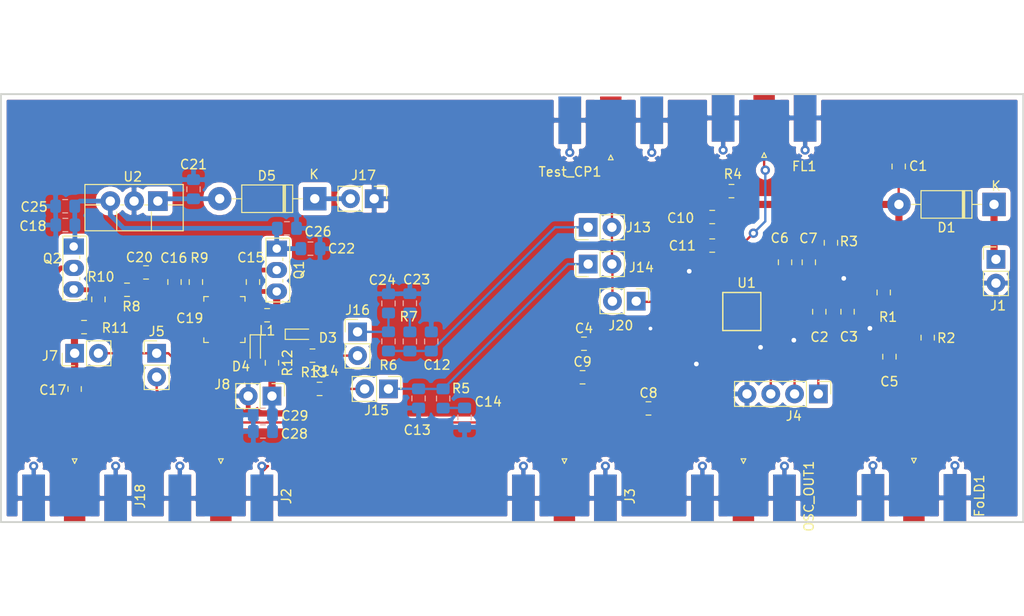
<source format=kicad_pcb>
(kicad_pcb (version 20171130) (host pcbnew "(5.1.5-0-10_14)")
  (layers (0 F.Cu signal) (31 B.Cu signal) (34 B.Paste user) (35 F.Paste user) (36 B.SilkS user) (37 F.SilkS user) (38 B.Mask user) (39 F.Mask user) (44 Edge.Cuts user))
  (net 0 "")
  (net 1 GND)
  (net 2 "Net-(C4-Pad1)")
  (net 3 "Net-(C8-Pad1)")
  (net 4 "Net-(C9-Pad2)")
  (net 5 PLL_Power)
  (net 6 "Net-(C12-Pad2)")
  (net 7 "Net-(C15-Pad1)")
  (net 8 "Net-(C15-Pad2)")
  (net 9 8V)
  (net 10 "Net-(C20-Pad2)")
  (net 11 "Net-(C21-Pad1)")
  (net 12 "Net-(D1-Pad1)")
  (net 13 "Net-(D3-Pad1)")
  (net 14 "Net-(D5-Pad1)")
  (net 15 "Net-(J2-Pad1)")
  (net 16 "Net-(J13-Pad2)")
  (net 17 V_uC)
  (net 18 Vp)
  (net 19 Vcc)
  (net 20 CE)
  (net 21 F_IN)
  (net 22 OSC_IN)
  (net 23 CPo)
  (net 24 LE)
  (net 25 Data)
  (net 26 FL)
  (net 27 FoLD)
  (net 28 OSC_OUT)
  (net 29 Clock)
  (net 30 "Net-(C13-Pad1)")
  (net 31 "Net-(C14-Pad1)")
  (net 32 "Net-(C17-Pad2)")
  (net 33 "Net-(C17-Pad1)")
  (net 34 "Net-(Q2-Pad3)")
  (net 35 "Net-(C23-Pad1)")
  (net 36 "Net-(C24-Pad1)")
  (net 37 "Net-(J15-Pad2)")
  (net 38 "Net-(J16-Pad2)")
  (net 39 "Net-(C28-Pad2)")
  (module Capacitor_SMD:C_0805_2012Metric_Pad1.15x1.40mm_HandSolder (layer B.Cu) (at 106.7308 112.2426)
    (fp_text reference C28 (at 3.3528 0.254) (layer F.SilkS))
    (fp_text value 100pF)
    (pad 2 smd roundrect (at 1.025 0) (size 1.15 1.4) (layers B.Cu B.Paste B.Mask) (roundrect_rratio 0.217391) (net 39 "Net-(C28-Pad2)"))
    (pad 1 smd roundrect (at -1.025 0) (size 1.15 1.4) (layers B.Cu B.Paste B.Mask) (roundrect_rratio 0.217391) (net 1 GND))
  )
  (module Capacitor_SMD:C_0805_2012Metric_Pad1.15x1.40mm_HandSolder (layer B.Cu) (at 106.7218 110.4646)
    (fp_text reference C29 (at 3.4126 0.1016) (layer F.SilkS))
    (fp_text value 100nF)
    (pad 1 smd roundrect (at -1.025 0) (size 1.15 1.4) (layers B.Cu B.Paste B.Mask) (roundrect_rratio 0.217391) (net 1 GND))
    (pad 2 smd roundrect (at 1.025 0) (size 1.15 1.4) (layers B.Cu B.Paste B.Mask) (roundrect_rratio 0.217391) (net 39 "Net-(C28-Pad2)"))
  )
  (module Capacitor_SMD:C_0805_2012Metric_Pad1.15x1.40mm_HandSolder (layer B.Cu) (at 109.2925 90.5383 180)
    (fp_text reference C26 (at -3.3184 -0.3556 180) (layer F.SilkS))
    (fp_text value 100pF)
    (pad 2 smd roundrect (at 1.025 0 180) (size 1.15 1.4) (layers B.Cu B.Paste B.Mask) (roundrect_rratio 0.217391) (net 9 8V))
    (pad 1 smd roundrect (at -1.025 0 180) (size 1.15 1.4) (layers B.Cu B.Paste B.Mask) (roundrect_rratio 0.217391) (net 1 GND))
  )
  (module Capacitor_SMD:C_0805_2012Metric_Pad1.15x1.40mm_HandSolder (layer B.Cu) (at 85.6017 88.1761)
    (fp_text reference C25 (at -3.3184 0.0762) (layer F.SilkS))
    (fp_text value 100pF)
    (pad 1 smd roundrect (at -1.025 0) (size 1.15 1.4) (layers B.Cu B.Paste B.Mask) (roundrect_rratio 0.217391) (net 1 GND))
    (pad 2 smd roundrect (at 1.025 0) (size 1.15 1.4) (layers B.Cu B.Paste B.Mask) (roundrect_rratio 0.217391) (net 9 8V))
  )
  (module Resistor_SMD:R_0805_2012Metric_Pad1.15x1.40mm_HandSolder (layer F.Cu) (at 112.023 104.14 180)
    (fp_text reference R14 (at -1.3626 -1.6383 180) (layer F.SilkS))
    (fp_text value 0)
    (pad 2 smd roundrect (at 1.025 0 180) (size 1.15 1.4) (layers F.Cu F.Paste F.Mask) (roundrect_rratio 0.217391) (net 13 "Net-(D3-Pad1)"))
    (pad 1 smd roundrect (at -1.025 0 180) (size 1.15 1.4) (layers F.Cu F.Paste F.Mask) (roundrect_rratio 0.217391) (net 38 "Net-(J16-Pad2)"))
  )
  (module Resistor_SMD:R_0805_2012Metric_Pad1.15x1.40mm_HandSolder (layer F.Cu) (at 112.785 107.696 180)
    (fp_text reference R13 (at 0.5879 1.7653) (layer F.SilkS))
    (fp_text value 0)
    (pad 1 smd roundrect (at -1.025 0 180) (size 1.15 1.4) (layers F.Cu F.Paste F.Mask) (roundrect_rratio 0.217391) (net 37 "Net-(J15-Pad2)"))
    (pad 2 smd roundrect (at 1.025 0 180) (size 1.15 1.4) (layers F.Cu F.Paste F.Mask) (roundrect_rratio 0.217391) (net 13 "Net-(D3-Pad1)"))
  )
  (module Resistor_SMD:R_0805_2012Metric_Pad1.15x1.40mm_HandSolder (layer F.Cu) (at 89.154 98.1292 270)
    (fp_text reference R10 (at -2.4093 -0.2667) (layer F.SilkS))
    (fp_text value 100k)
    (pad 1 smd roundrect (at -1.025 0 270) (size 1.15 1.4) (layers F.Cu F.Paste F.Mask) (roundrect_rratio 0.217391) (net 34 "Net-(Q2-Pad3)"))
    (pad 2 smd roundrect (at 1.025 0 270) (size 1.15 1.4) (layers F.Cu F.Paste F.Mask) (roundrect_rratio 0.217391) (net 1 GND))
  )
  (module Resistor_SMD:R_0805_2012Metric_Pad1.15x1.40mm_HandSolder (layer F.Cu) (at 107.696 104.911 270)
    (fp_text reference R12 (at 0 -1.65 270) (layer F.SilkS))
    (fp_text value 1k)
    (pad 1 smd roundrect (at -1.025 0 270) (size 1.15 1.4) (layers F.Cu F.Paste F.Mask) (roundrect_rratio 0.217391) (net 13 "Net-(D3-Pad1)"))
    (pad 2 smd roundrect (at 1.025 0 270) (size 1.15 1.4) (layers F.Cu F.Paste F.Mask) (roundrect_rratio 0.217391) (net 39 "Net-(C28-Pad2)"))
  )
  (module Capacitor_SMD:C_0805_2012Metric_Pad1.15x1.40mm_HandSolder (layer B.Cu) (at 120.142 98.561 90)
    (fp_text reference C24 (at 2.4982 -0.6604 180) (layer F.SilkS))
    (fp_text value 220nF)
    (pad 2 smd roundrect (at 1.025 0 90) (size 1.15 1.4) (layers B.Cu B.Paste B.Mask) (roundrect_rratio 0.217391) (net 1 GND))
    (pad 1 smd roundrect (at -1.025 0 90) (size 1.15 1.4) (layers B.Cu B.Paste B.Mask) (roundrect_rratio 0.217391) (net 36 "Net-(C24-Pad1)"))
  )
  (module Capacitor_SMD:C_0805_2012Metric_Pad1.15x1.40mm_HandSolder (layer B.Cu) (at 122.428 98.543 90)
    (fp_text reference C23 (at 2.531 0.7239 180) (layer F.SilkS))
    (fp_text value 80nF)
    (pad 1 smd roundrect (at -1.025 0 90) (size 1.15 1.4) (layers B.Cu B.Paste B.Mask) (roundrect_rratio 0.217391) (net 35 "Net-(C23-Pad1)"))
    (pad 2 smd roundrect (at 1.025 0 90) (size 1.15 1.4) (layers B.Cu B.Paste B.Mask) (roundrect_rratio 0.217391) (net 1 GND))
  )
  (module Capacitor_SMD:C_Trimmer_Murata_TZB4-B (layer F.Cu) (at 102.616 100.282 270)
    (fp_text reference C19 (at -0.1425 3.7084) (layer F.SilkS))
    (fp_text value SGC35060)
    (pad 1 smd rect (at -3 0 270) (size 2 1.6) (layers F.Cu F.Paste F.Mask) (net 8 "Net-(C15-Pad2)"))
    (pad 2 smd rect (at 3 0 270) (size 2 1.6) (layers F.Cu F.Paste F.Mask) (net 1 GND))
  )
  (module Resistor_SMD:R_0805_2012Metric_Pad1.15x1.40mm_HandSolder (layer B.Cu) (at 122.428 102.625 270)
    (fp_text reference R7 (at -2.6453 0.127 180) (layer F.SilkS))
    (fp_text value 62k)
    (pad 1 smd roundrect (at -1.025 0 270) (size 1.15 1.4) (layers B.Cu B.Paste B.Mask) (roundrect_rratio 0.217391) (net 35 "Net-(C23-Pad1)"))
    (pad 2 smd roundrect (at 1.025 0 270) (size 1.15 1.4) (layers B.Cu B.Paste B.Mask) (roundrect_rratio 0.217391) (net 6 "Net-(C12-Pad2)"))
  )
  (module Resistor_SMD:R_0805_2012Metric_Pad1.15x1.40mm_HandSolder (layer F.Cu) (at 92.211 97.1042)
    (fp_text reference R8 (at 0.4736 1.7907) (layer F.SilkS))
    (fp_text value "1 Ohm")
    (pad 2 smd roundrect (at 1.025 0) (size 1.15 1.4) (layers F.Cu F.Paste F.Mask) (roundrect_rratio 0.217391) (net 10 "Net-(C20-Pad2)"))
    (pad 1 smd roundrect (at -1.025 0) (size 1.15 1.4) (layers F.Cu F.Paste F.Mask) (roundrect_rratio 0.217391) (net 34 "Net-(Q2-Pad3)"))
  )
  (module Capacitor_SMD:C_0805_2012Metric_Pad1.15x1.40mm_HandSolder (layer F.Cu) (at 86.614 107.705 270)
    (fp_text reference C17 (at 0.1053 2.3368) (layer F.SilkS))
    (fp_text value 100nF)
    (pad 2 smd roundrect (at 1.025 0 270) (size 1.15 1.4) (layers F.Cu F.Paste F.Mask) (roundrect_rratio 0.217391) (net 32 "Net-(C17-Pad2)"))
    (pad 1 smd roundrect (at -1.025 0 270) (size 1.15 1.4) (layers F.Cu F.Paste F.Mask) (roundrect_rratio 0.217391) (net 33 "Net-(C17-Pad1)"))
  )
  (module Capacitor_SMD:C_0805_2012Metric_Pad1.15x1.40mm_HandSolder (layer B.Cu) (at 128.27 110.753 270)
    (fp_text reference C14 (at -1.6854 -2.5273) (layer F.SilkS))
    (fp_text value C)
    (pad 1 smd roundrect (at -1.025 0 270) (size 1.15 1.4) (layers B.Cu B.Paste B.Mask) (roundrect_rratio 0.217391) (net 31 "Net-(C14-Pad1)"))
    (pad 2 smd roundrect (at 1.025 0 270) (size 1.15 1.4) (layers B.Cu B.Paste B.Mask) (roundrect_rratio 0.217391) (net 1 GND))
  )
  (module Package_TO_SOT_THT:TO-251-3_Vertical (layer F.Cu) (at 86.5124 92.4814 270)
    (fp_text reference Q2 (at 1.2827 2.2987) (layer F.SilkS))
    (fp_text value "2N5486 JFET")
    (pad 3 thru_hole oval (at 4.58 0 270) (size 1.7175 2.2) (drill 0.9) (layers *.Cu *.Mask) (net 34 "Net-(Q2-Pad3)"))
    (pad 2 thru_hole oval (at 2.29 0 270) (size 1.7175 2.2) (drill 0.9) (layers *.Cu *.Mask) (net 33 "Net-(C17-Pad1)"))
    (pad 1 thru_hole rect (at 0 0 270) (size 1.7175 2.2) (drill 0.9) (layers *.Cu *.Mask) (net 9 8V))
  )
  (module Package_TO_SOT_THT:TO-251-3_Vertical (layer F.Cu) (at 108.204 92.706 270)
    (fp_text reference Q1 (at 2.29 -2.39 270) (layer F.SilkS))
    (fp_text value "2N5486 JFET")
    (pad 1 thru_hole rect (at 0 0 270) (size 1.7 2.2) (drill 0.9) (layers *.Cu *.Mask) (net 9 8V))
    (pad 2 thru_hole oval (at 2.29 0 270) (size 1.7 2.2) (drill 0.9) (layers *.Cu *.Mask) (net 7 "Net-(C15-Pad1)"))
    (pad 3 thru_hole oval (at 4.58 0 270) (size 1.7 2.2) (drill 0.9) (layers *.Cu *.Mask) (net 8 "Net-(C15-Pad2)"))
  )
  (module Connector_Coaxial:SMA_Molex_73251-1153_EdgeMount_Horizontal (layer F.Cu) (at 176.276 117.6092 90)
    (fp_text reference FoLD1 (at -1.5 7 90) (layer F.SilkS))
    (fp_text value Conn_Coaxial)
    (pad 2 smd rect (at 1.27 4.38 90) (size 0.95 0.46) (layers B.Cu) (net 1 GND))
    (pad 2 smd rect (at 1.27 -4.38 90) (size 0.95 0.46) (layers B.Cu) (net 1 GND))
    (pad 2 smd rect (at 1.27 4.38 90) (size 0.95 0.46) (layers F.Cu) (net 1 GND))
    (pad 2 smd rect (at 1.27 -4.38 90) (size 0.95 0.46) (layers F.Cu) (net 1 GND))
    (pad 2 thru_hole circle (at 1.72 4.38 90) (size 0.97 0.97) (drill 0.46) (layers *.Cu) (net 1 GND))
    (pad 2 thru_hole circle (at 1.72 -4.38 90) (size 0.97 0.97) (drill 0.46) (layers *.Cu) (net 1 GND))
    (pad 2 smd rect (at -1.72 4.38 90) (size 5.08 2.42) (layers B.Cu B.Paste B.Mask) (net 1 GND))
    (pad 2 smd rect (at -1.72 -4.38 90) (size 5.08 2.42) (layers B.Cu B.Paste B.Mask) (net 1 GND))
    (pad 2 smd rect (at -1.72 4.38 90) (size 5.08 2.42) (layers F.Cu F.Paste F.Mask) (net 1 GND))
    (pad 2 smd rect (at -1.72 -4.38 90) (size 5.08 2.42) (layers F.Cu F.Paste F.Mask) (net 1 GND))
    (pad 1 smd rect (at -1.72 0 90) (size 5.08 2.29) (layers F.Cu F.Paste F.Mask) (net 27 FoLD))
  )
  (module Connector_Coaxial:SMA_Molex_73251-1153_EdgeMount_Horizontal (layer F.Cu) (at 160.274 80.46 270)
    (fp_text reference FL1 (at 3.45652 -4.28244) (layer F.SilkS))
    (fp_text value Conn_Coaxial)
    (pad 1 smd rect (at -1.72 0 270) (size 5.08 2.29) (layers F.Cu F.Paste F.Mask) (net 26 FL))
    (pad 2 smd rect (at -1.72 -4.38 270) (size 5.08 2.42) (layers F.Cu F.Paste F.Mask) (net 1 GND))
    (pad 2 smd rect (at -1.72 4.38 270) (size 5.08 2.42) (layers F.Cu F.Paste F.Mask) (net 1 GND))
    (pad 2 smd rect (at -1.72 -4.38 270) (size 5.08 2.42) (layers B.Cu B.Paste B.Mask) (net 1 GND))
    (pad 2 smd rect (at -1.72 4.38 270) (size 5.08 2.42) (layers B.Cu B.Paste B.Mask) (net 1 GND))
    (pad 2 thru_hole circle (at 1.72 -4.38 270) (size 0.97 0.97) (drill 0.46) (layers *.Cu) (net 1 GND))
    (pad 2 thru_hole circle (at 1.72 4.38 270) (size 0.97 0.97) (drill 0.46) (layers *.Cu) (net 1 GND))
    (pad 2 smd rect (at 1.27 -4.38 270) (size 0.95 0.46) (layers F.Cu) (net 1 GND))
    (pad 2 smd rect (at 1.27 4.38 270) (size 0.95 0.46) (layers F.Cu) (net 1 GND))
    (pad 2 smd rect (at 1.27 -4.38 270) (size 0.95 0.46) (layers B.Cu) (net 1 GND))
    (pad 2 smd rect (at 1.27 4.38 270) (size 0.95 0.46) (layers B.Cu) (net 1 GND))
  )
  (module Connector_Coaxial:SMA_Molex_73251-1153_EdgeMount_Horizontal (layer F.Cu) (at 143.891 80.714 270)
    (fp_text reference Test_CP1 (at 3.78672 4.35356) (layer F.SilkS))
    (fp_text value Conn_Coaxial)
    (pad 2 smd rect (at 1.27 4.38 270) (size 0.95 0.46) (layers B.Cu) (net 1 GND))
    (pad 2 smd rect (at 1.27 -4.38 270) (size 0.95 0.46) (layers B.Cu) (net 1 GND))
    (pad 2 smd rect (at 1.27 4.38 270) (size 0.95 0.46) (layers F.Cu) (net 1 GND))
    (pad 2 smd rect (at 1.27 -4.38 270) (size 0.95 0.46) (layers F.Cu) (net 1 GND))
    (pad 2 thru_hole circle (at 1.72 4.38 270) (size 0.97 0.97) (drill 0.46) (layers *.Cu) (net 1 GND))
    (pad 2 thru_hole circle (at 1.72 -4.38 270) (size 0.97 0.97) (drill 0.46) (layers *.Cu) (net 1 GND))
    (pad 2 smd rect (at -1.72 4.38 270) (size 5.08 2.42) (layers B.Cu B.Paste B.Mask) (net 1 GND))
    (pad 2 smd rect (at -1.72 -4.38 270) (size 5.08 2.42) (layers B.Cu B.Paste B.Mask) (net 1 GND))
    (pad 2 smd rect (at -1.72 4.38 270) (size 5.08 2.42) (layers F.Cu F.Paste F.Mask) (net 1 GND))
    (pad 2 smd rect (at -1.72 -4.38 270) (size 5.08 2.42) (layers F.Cu F.Paste F.Mask) (net 1 GND))
    (pad 1 smd rect (at -1.72 0 270) (size 5.08 2.29) (layers F.Cu F.Paste F.Mask) (net 16 "Net-(J13-Pad2)"))
  )
  (module Connector_Coaxial:SMA_Molex_73251-1153_EdgeMount_Horizontal (layer F.Cu) (at 158.0642 117.66 90)
    (fp_text reference OSC_OUT1 (at -1.5 7 90) (layer F.SilkS))
    (fp_text value Conn_Coaxial)
    (pad 1 smd rect (at -1.72 0 90) (size 5.08 2.29) (layers F.Cu F.Paste F.Mask) (net 28 OSC_OUT))
    (pad 2 smd rect (at -1.72 -4.38 90) (size 5.08 2.42) (layers F.Cu F.Paste F.Mask) (net 1 GND))
    (pad 2 smd rect (at -1.72 4.38 90) (size 5.08 2.42) (layers F.Cu F.Paste F.Mask) (net 1 GND))
    (pad 2 smd rect (at -1.72 -4.38 90) (size 5.08 2.42) (layers B.Cu B.Paste B.Mask) (net 1 GND))
    (pad 2 smd rect (at -1.72 4.38 90) (size 5.08 2.42) (layers B.Cu B.Paste B.Mask) (net 1 GND))
    (pad 2 thru_hole circle (at 1.72 -4.38 90) (size 0.97 0.97) (drill 0.46) (layers *.Cu) (net 1 GND))
    (pad 2 thru_hole circle (at 1.72 4.38 90) (size 0.97 0.97) (drill 0.46) (layers *.Cu) (net 1 GND))
    (pad 2 smd rect (at 1.27 -4.38 90) (size 0.95 0.46) (layers F.Cu) (net 1 GND))
    (pad 2 smd rect (at 1.27 4.38 90) (size 0.95 0.46) (layers F.Cu) (net 1 GND))
    (pad 2 smd rect (at 1.27 -4.38 90) (size 0.95 0.46) (layers B.Cu) (net 1 GND))
    (pad 2 smd rect (at 1.27 4.38 90) (size 0.95 0.46) (layers B.Cu) (net 1 GND))
  )
  (module Capacitor_SMD:C_0805_2012Metric_Pad1.15x1.40mm_HandSolder (layer F.Cu) (at 174.6504 83.9306 270)
    (fp_text reference C1 (at -0.04456 -2.0828) (layer F.SilkS))
    (fp_text value C)
    (pad 1 smd roundrect (at -1.025 0 270) (size 1.15 1.4) (layers F.Cu F.Paste F.Mask) (roundrect_rratio 0.217391) (net 1 GND))
    (pad 2 smd roundrect (at 1.025 0 270) (size 1.15 1.4) (layers F.Cu F.Paste F.Mask) (roundrect_rratio 0.217391) (net 5 PLL_Power))
  )
  (module Capacitor_SMD:C_0805_2012Metric_Pad1.15x1.40mm_HandSolder (layer F.Cu) (at 166.1668 99.45 90)
    (fp_text reference C2 (at -2.7088 0.02032 180) (layer F.SilkS))
    (fp_text value 100nF)
    (pad 1 smd roundrect (at -1.025 0 90) (size 1.15 1.4) (layers F.Cu F.Paste F.Mask) (roundrect_rratio 0.217391) (net 1 GND))
    (pad 2 smd roundrect (at 1.025 0 90) (size 1.15 1.4) (layers F.Cu F.Paste F.Mask) (roundrect_rratio 0.217391) (net 17 V_uC))
  )
  (module Capacitor_SMD:C_0805_2012Metric_Pad1.15x1.40mm_HandSolder (layer F.Cu) (at 169.1894 99.45 90)
    (fp_text reference C3 (at -2.67324 0.14224 180) (layer F.SilkS))
    (fp_text value 100pF)
    (pad 2 smd roundrect (at 1.025 0 90) (size 1.15 1.4) (layers F.Cu F.Paste F.Mask) (roundrect_rratio 0.217391) (net 17 V_uC))
    (pad 1 smd roundrect (at -1.025 0 90) (size 1.15 1.4) (layers F.Cu F.Paste F.Mask) (roundrect_rratio 0.217391) (net 1 GND))
  )
  (module Capacitor_SMD:C_0805_2012Metric_Pad1.15x1.40mm_HandSolder (layer F.Cu) (at 141.0298 102.87)
    (fp_text reference C4 (at 0 -1.65) (layer F.SilkS))
    (fp_text value 1000pF)
    (pad 2 smd roundrect (at 1.025 0) (size 1.15 1.4) (layers F.Cu F.Paste F.Mask) (roundrect_rratio 0.217391) (net 21 F_IN))
    (pad 1 smd roundrect (at -1.025 0) (size 1.15 1.4) (layers F.Cu F.Paste F.Mask) (roundrect_rratio 0.217391) (net 2 "Net-(C4-Pad1)"))
  )
  (module Capacitor_SMD:C_0805_2012Metric_Pad1.15x1.40mm_HandSolder (layer F.Cu) (at 173.6598 104.2506 90)
    (fp_text reference C5 (at -2.66308 -0.00508 180) (layer F.SilkS))
    (fp_text value 100nF)
    (pad 2 smd roundrect (at 1.025 0 90) (size 1.15 1.4) (layers F.Cu F.Paste F.Mask) (roundrect_rratio 0.217391) (net 20 CE))
    (pad 1 smd roundrect (at -1.025 0 90) (size 1.15 1.4) (layers F.Cu F.Paste F.Mask) (roundrect_rratio 0.217391) (net 1 GND))
  )
  (module Capacitor_SMD:C_0805_2012Metric_Pad1.15x1.40mm_HandSolder (layer F.Cu) (at 162.5092 94.1668 90)
    (fp_text reference C6 (at 2.5871 -0.5715 180) (layer F.SilkS))
    (fp_text value 100nF)
    (pad 1 smd roundrect (at -1.025 0 90) (size 1.15 1.4) (layers F.Cu F.Paste F.Mask) (roundrect_rratio 0.217391) (net 1 GND))
    (pad 2 smd roundrect (at 1.025 0 90) (size 1.15 1.4) (layers F.Cu F.Paste F.Mask) (roundrect_rratio 0.217391) (net 19 Vcc))
  )
  (module Capacitor_SMD:C_0805_2012Metric_Pad1.15x1.40mm_HandSolder (layer F.Cu) (at 165.0492 94.1668 90)
    (fp_text reference C7 (at 2.5617 -0.0508 180) (layer F.SilkS))
    (fp_text value 100pF)
    (pad 1 smd roundrect (at -1.025 0 90) (size 1.15 1.4) (layers F.Cu F.Paste F.Mask) (roundrect_rratio 0.217391) (net 1 GND))
    (pad 2 smd roundrect (at 1.025 0 90) (size 1.15 1.4) (layers F.Cu F.Paste F.Mask) (roundrect_rratio 0.217391) (net 19 Vcc))
  )
  (module Capacitor_SMD:C_0805_2012Metric_Pad1.15x1.40mm_HandSolder (layer F.Cu) (at 147.9206 109.7788)
    (fp_text reference C8 (at 0 -1.65) (layer F.SilkS))
    (fp_text value 1000pF)
    (pad 2 smd roundrect (at 1.025 0) (size 1.15 1.4) (layers F.Cu F.Paste F.Mask) (roundrect_rratio 0.217391) (net 22 OSC_IN))
    (pad 1 smd roundrect (at -1.025 0) (size 1.15 1.4) (layers F.Cu F.Paste F.Mask) (roundrect_rratio 0.217391) (net 3 "Net-(C8-Pad1)"))
  )
  (module Capacitor_SMD:C_0805_2012Metric_Pad1.15x1.40mm_HandSolder (layer F.Cu) (at 140.8774 106.4514)
    (fp_text reference C9 (at 0 -1.65) (layer F.SilkS))
    (fp_text value 100nF)
    (pad 2 smd roundrect (at 1.025 0) (size 1.15 1.4) (layers F.Cu F.Paste F.Mask) (roundrect_rratio 0.217391) (net 4 "Net-(C9-Pad2)"))
    (pad 1 smd roundrect (at -1.025 0) (size 1.15 1.4) (layers F.Cu F.Paste F.Mask) (roundrect_rratio 0.217391) (net 1 GND))
  )
  (module Capacitor_SMD:C_0805_2012Metric_Pad1.15x1.40mm_HandSolder (layer F.Cu) (at 154.7278 89.3318)
    (fp_text reference C10 (at -3.3692 0.1016) (layer F.SilkS))
    (fp_text value 100nF)
    (pad 2 smd roundrect (at 1.025 0) (size 1.15 1.4) (layers F.Cu F.Paste F.Mask) (roundrect_rratio 0.217391) (net 18 Vp))
    (pad 1 smd roundrect (at -1.025 0) (size 1.15 1.4) (layers F.Cu F.Paste F.Mask) (roundrect_rratio 0.217391) (net 1 GND))
  )
  (module Capacitor_SMD:C_0805_2012Metric_Pad1.15x1.40mm_HandSolder (layer F.Cu) (at 154.7278 92.3798)
    (fp_text reference C11 (at -3.1914 0.0127) (layer F.SilkS))
    (fp_text value 100pF)
    (pad 1 smd roundrect (at -1.025 0) (size 1.15 1.4) (layers F.Cu F.Paste F.Mask) (roundrect_rratio 0.217391) (net 1 GND))
    (pad 2 smd roundrect (at 1.025 0) (size 1.15 1.4) (layers F.Cu F.Paste F.Mask) (roundrect_rratio 0.217391) (net 18 Vp))
  )
  (module Capacitor_SMD:C_0805_2012Metric_Pad1.15x1.40mm_HandSolder (layer B.Cu) (at 124.714 102.625 270)
    (fp_text reference C12 (at 2.5056 -0.6096) (layer F.SilkS))
    (fp_text value 12nF)
    (pad 2 smd roundrect (at 1.025 0 270) (size 1.15 1.4) (layers B.Cu B.Paste B.Mask) (roundrect_rratio 0.217391) (net 6 "Net-(C12-Pad2)"))
    (pad 1 smd roundrect (at -1.025 0 270) (size 1.15 1.4) (layers B.Cu B.Paste B.Mask) (roundrect_rratio 0.217391) (net 1 GND))
  )
  (module Capacitor_SMD:C_0805_2012Metric_Pad1.15x1.40mm_HandSolder (layer B.Cu) (at 123.3551 108.7083 270)
    (fp_text reference C13 (at 3.3819 0.1397) (layer F.SilkS))
    (fp_text value C)
    (pad 2 smd roundrect (at 1.025 0 270) (size 1.15 1.4) (layers B.Cu B.Paste B.Mask) (roundrect_rratio 0.217391) (net 1 GND))
    (pad 1 smd roundrect (at -1.025 0 270) (size 1.15 1.4) (layers B.Cu B.Paste B.Mask) (roundrect_rratio 0.217391) (net 30 "Net-(C13-Pad1)"))
  )
  (module Capacitor_SMD:C_0805_2012Metric_Pad1.15x1.40mm_HandSolder (layer F.Cu) (at 105.664 96.275 270)
    (fp_text reference C15 (at -2.6125 0.2286) (layer F.SilkS))
    (fp_text value 30pF)
    (pad 1 smd roundrect (at -1.025 0 270) (size 1.15 1.4) (layers F.Cu F.Paste F.Mask) (roundrect_rratio 0.217391) (net 7 "Net-(C15-Pad1)"))
    (pad 2 smd roundrect (at 1.025 0 270) (size 1.15 1.4) (layers F.Cu F.Paste F.Mask) (roundrect_rratio 0.217391) (net 8 "Net-(C15-Pad2)"))
  )
  (module Capacitor_SMD:C_0805_2012Metric_Pad1.15x1.40mm_HandSolder (layer F.Cu) (at 97.282 96.275 90)
    (fp_text reference C16 (at 2.5744 -0.0762 180) (layer F.SilkS))
    (fp_text value 100pF)
    (pad 2 smd roundrect (at 1.025 0 90) (size 1.15 1.4) (layers F.Cu F.Paste F.Mask) (roundrect_rratio 0.217391) (net 7 "Net-(C15-Pad1)"))
    (pad 1 smd roundrect (at -1.025 0 90) (size 1.15 1.4) (layers F.Cu F.Paste F.Mask) (roundrect_rratio 0.217391) (net 1 GND))
  )
  (module Capacitor_SMD:C_0805_2012Metric_Pad1.15x1.40mm_HandSolder (layer B.Cu) (at 85.6197 90.1827)
    (fp_text reference C18 (at -3.4634 0.1143) (layer F.SilkS))
    (fp_text value 100nF)
    (pad 1 smd roundrect (at -1.025 0) (size 1.15 1.4) (layers B.Cu B.Paste B.Mask) (roundrect_rratio 0.217391) (net 1 GND))
    (pad 2 smd roundrect (at 1.025 0) (size 1.15 1.4) (layers B.Cu B.Paste B.Mask) (roundrect_rratio 0.217391) (net 9 8V))
  )
  (module Capacitor_SMD:C_0805_2012Metric_Pad1.15x1.40mm_HandSolder (layer F.Cu) (at 94.243 95.25 180)
    (fp_text reference C20 (at 0.7075 1.6129 180) (layer F.SilkS))
    (fp_text value 10pF)
    (pad 1 smd roundrect (at -1.025 0 180) (size 1.15 1.4) (layers F.Cu F.Paste F.Mask) (roundrect_rratio 0.217391) (net 7 "Net-(C15-Pad1)"))
    (pad 2 smd roundrect (at 1.025 0 180) (size 1.15 1.4) (layers F.Cu F.Paste F.Mask) (roundrect_rratio 0.217391) (net 10 "Net-(C20-Pad2)"))
  )
  (module Capacitor_SMD:C_0805_2012Metric_Pad1.15x1.40mm_HandSolder (layer B.Cu) (at 99.314 86.36 90)
    (fp_text reference C21 (at 2.6416 0) (layer F.SilkS))
    (fp_text value 100nF)
    (pad 1 smd roundrect (at -1.025 0 90) (size 1.15 1.4) (layers B.Cu B.Paste B.Mask) (roundrect_rratio 0.217391) (net 11 "Net-(C21-Pad1)"))
    (pad 2 smd roundrect (at 1.025 0 90) (size 1.15 1.4) (layers B.Cu B.Paste B.Mask) (roundrect_rratio 0.217391) (net 1 GND))
  )
  (module Capacitor_SMD:C_0805_2012Metric_Pad1.15x1.40mm_HandSolder (layer B.Cu) (at 111.8071 92.71 180)
    (fp_text reference C22 (at -3.3184 0 180) (layer F.SilkS))
    (fp_text value 100nF)
    (pad 1 smd roundrect (at -1.025 0 180) (size 1.15 1.4) (layers B.Cu B.Paste B.Mask) (roundrect_rratio 0.217391) (net 1 GND))
    (pad 2 smd roundrect (at 1.025 0 180) (size 1.15 1.4) (layers B.Cu B.Paste B.Mask) (roundrect_rratio 0.217391) (net 9 8V))
  )
  (module Diode_THT:D_DO-41_SOD81_P10.16mm_Horizontal (layer F.Cu) (at 184.8358 87.9856 180)
    (fp_text reference D1 (at 5.08 -2.47 180) (layer F.SilkS))
    (fp_text value DIODE)
    (fp_text user K (at -0.21336 1.9812 180) (layer F.SilkS))
    (pad 1 thru_hole rect (at 0 0 180) (size 2.5 2.5) (drill 1) (layers *.Cu *.Mask) (net 12 "Net-(D1-Pad1)"))
    (pad 2 thru_hole oval (at 10.16 0 180) (size 2.5 2.5) (drill 1) (layers *.Cu *.Mask) (net 5 PLL_Power))
  )
  (module Diode_SMD:D_SC-80_HandSoldering (layer F.Cu) (at 110.914 101.854)
    (fp_text reference D3 (at 2.751 0.381) (layer F.SilkS))
    (fp_text value 1SV304)
    (pad 1 smd rect (at -1.1 0) (size 1.1 0.6) (layers F.Cu F.Paste F.Mask) (net 13 "Net-(D3-Pad1)"))
    (pad 2 smd rect (at 1.1 0) (size 1.1 0.6) (layers F.Cu F.Paste F.Mask) (net 8 "Net-(C15-Pad2)"))
  )
  (module Diode_SMD:D_SC-80_HandSoldering (layer F.Cu) (at 105.918 103.716 270)
    (fp_text reference D4 (at 1.5797 1.5367) (layer F.SilkS))
    (fp_text value 1SV304)
    (pad 2 smd rect (at 1.1 0 270) (size 1.1 0.6) (layers F.Cu F.Paste F.Mask) (net 1 GND))
    (pad 1 smd rect (at -1.1 0 270) (size 1.1 0.6) (layers F.Cu F.Paste F.Mask) (net 13 "Net-(D3-Pad1)"))
  )
  (module Diode_THT:D_DO-41_SOD81_P10.16mm_Horizontal (layer F.Cu) (at 112.268 87.376 180)
    (fp_text reference D5 (at 5.1308 2.4511 180) (layer F.SilkS))
    (fp_text value DIODE)
    (fp_text user K (at 0.0762 2.6035 180) (layer F.SilkS))
    (pad 2 thru_hole oval (at 10.16 0 180) (size 2.5 2.5) (drill 1) (layers *.Cu *.Mask) (net 11 "Net-(C21-Pad1)"))
    (pad 1 thru_hole rect (at 0 0 180) (size 2.5 2.5) (drill 1) (layers *.Cu *.Mask) (net 14 "Net-(D5-Pad1)"))
  )
  (module Connector_PinHeader_2.54mm:PinHeader_1x02_P2.54mm_Vertical (layer F.Cu) (at 185.039 93.853)
    (fp_text reference J1 (at 0.2286 4.94792) (layer F.SilkS))
    (fp_text value Conn_01x02_Male)
    (pad 2 thru_hole oval (at 0 2.54) (size 2 2) (drill 1) (layers *.Cu *.Mask) (net 1 GND))
    (pad 1 thru_hole rect (at 0 0) (size 2 2) (drill 1) (layers *.Cu *.Mask) (net 12 "Net-(D1-Pad1)"))
  )
  (module Connector_Coaxial:SMA_Molex_73251-1153_EdgeMount_Horizontal (layer F.Cu) (at 102.235 117.66 90)
    (fp_text reference J2 (at -1.5 7 90) (layer F.SilkS))
    (fp_text value Conn_Coaxial)
    (pad 2 smd rect (at 1.27 4.38 90) (size 0.95 0.46) (layers B.Cu) (net 1 GND))
    (pad 2 smd rect (at 1.27 -4.38 90) (size 0.95 0.46) (layers B.Cu) (net 1 GND))
    (pad 2 smd rect (at 1.27 4.38 90) (size 0.95 0.46) (layers F.Cu) (net 1 GND))
    (pad 2 smd rect (at 1.27 -4.38 90) (size 0.95 0.46) (layers F.Cu) (net 1 GND))
    (pad 2 thru_hole circle (at 1.72 4.38 90) (size 0.97 0.97) (drill 0.46) (layers *.Cu) (net 1 GND))
    (pad 2 thru_hole circle (at 1.72 -4.38 90) (size 0.97 0.97) (drill 0.46) (layers *.Cu) (net 1 GND))
    (pad 2 smd rect (at -1.72 4.38 90) (size 5.08 2.42) (layers B.Cu B.Paste B.Mask) (net 1 GND))
    (pad 2 smd rect (at -1.72 -4.38 90) (size 5.08 2.42) (layers B.Cu B.Paste B.Mask) (net 1 GND))
    (pad 2 smd rect (at -1.72 4.38 90) (size 5.08 2.42) (layers F.Cu F.Paste F.Mask) (net 1 GND))
    (pad 2 smd rect (at -1.72 -4.38 90) (size 5.08 2.42) (layers F.Cu F.Paste F.Mask) (net 1 GND))
    (pad 1 smd rect (at -1.72 0 90) (size 5.08 2.29) (layers F.Cu F.Paste F.Mask) (net 15 "Net-(J2-Pad1)"))
  )
  (module Connector_Coaxial:SMA_Molex_73251-1153_EdgeMount_Horizontal (layer F.Cu) (at 138.938 117.66 90)
    (fp_text reference J3 (at -1.5 7 90) (layer F.SilkS))
    (fp_text value Conn_Coaxial)
    (pad 1 smd rect (at -1.72 0 90) (size 5.08 2.29) (layers F.Cu F.Paste F.Mask) (net 3 "Net-(C8-Pad1)"))
    (pad 2 smd rect (at -1.72 -4.38 90) (size 5.08 2.42) (layers F.Cu F.Paste F.Mask) (net 1 GND))
    (pad 2 smd rect (at -1.72 4.38 90) (size 5.08 2.42) (layers F.Cu F.Paste F.Mask) (net 1 GND))
    (pad 2 smd rect (at -1.72 -4.38 90) (size 5.08 2.42) (layers B.Cu B.Paste B.Mask) (net 1 GND))
    (pad 2 smd rect (at -1.72 4.38 90) (size 5.08 2.42) (layers B.Cu B.Paste B.Mask) (net 1 GND))
    (pad 2 thru_hole circle (at 1.72 -4.38 90) (size 0.97 0.97) (drill 0.46) (layers *.Cu) (net 1 GND))
    (pad 2 thru_hole circle (at 1.72 4.38 90) (size 0.97 0.97) (drill 0.46) (layers *.Cu) (net 1 GND))
    (pad 2 smd rect (at 1.27 -4.38 90) (size 0.95 0.46) (layers F.Cu) (net 1 GND))
    (pad 2 smd rect (at 1.27 4.38 90) (size 0.95 0.46) (layers F.Cu) (net 1 GND))
    (pad 2 smd rect (at 1.27 -4.38 90) (size 0.95 0.46) (layers B.Cu) (net 1 GND))
    (pad 2 smd rect (at 1.27 4.38 90) (size 0.95 0.46) (layers B.Cu) (net 1 GND))
  )
  (module Connector_PinHeader_2.54mm:PinHeader_1x04_P2.54mm_Vertical (layer F.Cu) (at 166.0652 108.2294 270)
    (fp_text reference J4 (at 2.3622 2.62128) (layer F.SilkS))
    (fp_text value Conn_01x04_Male)
    (pad 1 thru_hole rect (at 0 0 270) (size 2 2) (drill 1) (layers *.Cu *.Mask) (net 24 LE))
    (pad 2 thru_hole oval (at 0 2.54 270) (size 2 2) (drill 1) (layers *.Cu *.Mask) (net 25 Data))
    (pad 3 thru_hole oval (at 0 5.08 270) (size 2 2) (drill 1) (layers *.Cu *.Mask) (net 29 Clock))
    (pad 4 thru_hole oval (at 0 7.62 270) (size 2 2) (drill 1) (layers *.Cu *.Mask) (net 1 GND))
  )
  (module Connector_PinHeader_2.54mm:PinHeader_1x02_P2.54mm_Vertical (layer F.Cu) (at 95.377 103.886)
    (fp_text reference J5 (at 0 -2.33) (layer F.SilkS))
    (fp_text value Conn_01x02_Male)
    (pad 1 thru_hole rect (at 0 0) (size 2 2) (drill 1) (layers *.Cu *.Mask) (net 2 "Net-(C4-Pad1)"))
    (pad 2 thru_hole oval (at 0 2.54) (size 2 2) (drill 1) (layers *.Cu *.Mask) (net 15 "Net-(J2-Pad1)"))
  )
  (module Connector_PinHeader_2.54mm:PinHeader_1x02_P2.54mm_Vertical (layer F.Cu) (at 86.614 103.886 90)
    (fp_text reference J7 (at -0.2794 -2.6416 180) (layer F.SilkS))
    (fp_text value Conn_01x02_Male)
    (pad 2 thru_hole oval (at 0 2.54 90) (size 2 2) (drill 1) (layers *.Cu *.Mask) (net 2 "Net-(C4-Pad1)"))
    (pad 1 thru_hole rect (at 0 0 90) (size 2 2) (drill 1) (layers *.Cu *.Mask) (net 33 "Net-(C17-Pad1)"))
  )
  (module Connector_PinHeader_2.54mm:PinHeader_1x02_P2.54mm_Vertical (layer F.Cu) (at 107.696 108.458 270)
    (fp_text reference J8 (at -1.2446 5.3086) (layer F.SilkS))
    (fp_text value Conn_01x02_Male)
    (pad 1 thru_hole rect (at 0 0 270) (size 2 2) (drill 1) (layers *.Cu *.Mask) (net 39 "Net-(C28-Pad2)"))
    (pad 2 thru_hole oval (at 0 2.54 270) (size 2 2) (drill 1) (layers *.Cu *.Mask) (net 1 GND))
  )
  (module Connector_PinHeader_2.54mm:PinHeader_1x02_P2.54mm_Vertical (layer F.Cu) (at 141.478 90.424 90)
    (fp_text reference J13 (at -0.02032 5.37464 180) (layer F.SilkS))
    (fp_text value Conn_01x02_Male)
    (pad 2 thru_hole oval (at 0 2.54 90) (size 2 2) (drill 1) (layers *.Cu *.Mask) (net 16 "Net-(J13-Pad2)"))
    (pad 1 thru_hole rect (at 0 0 90) (size 2 2) (drill 1) (layers *.Cu *.Mask) (net 6 "Net-(C12-Pad2)"))
  )
  (module Connector_PinHeader_2.54mm:PinHeader_1x02_P2.54mm_Vertical (layer F.Cu) (at 141.478 94.361 90)
    (fp_text reference J14 (at -0.3556 5.68452 180) (layer F.SilkS))
    (fp_text value Conn_01x02_Male)
    (pad 1 thru_hole rect (at 0 0 90) (size 2 2) (drill 1) (layers *.Cu *.Mask) (net 30 "Net-(C13-Pad1)"))
    (pad 2 thru_hole oval (at 0 2.54 90) (size 2 2) (drill 1) (layers *.Cu *.Mask) (net 16 "Net-(J13-Pad2)"))
  )
  (module Connector_PinHeader_2.54mm:PinHeader_1x02_P2.54mm_Vertical (layer F.Cu) (at 120.142 107.696 270)
    (fp_text reference J15 (at 2.286 1.27) (layer F.SilkS))
    (fp_text value Conn_01x02_Male)
    (pad 2 thru_hole oval (at 0 2.54 270) (size 2 2) (drill 1) (layers *.Cu *.Mask) (net 37 "Net-(J15-Pad2)"))
    (pad 1 thru_hole rect (at 0 0 270) (size 2 2) (drill 1) (layers *.Cu *.Mask) (net 30 "Net-(C13-Pad1)"))
  )
  (module Connector_PinHeader_2.54mm:PinHeader_1x02_P2.54mm_Vertical (layer F.Cu) (at 116.84 101.6)
    (fp_text reference J16 (at 0 -2.33) (layer F.SilkS))
    (fp_text value Conn_01x02_Male)
    (pad 1 thru_hole rect (at 0 0) (size 2 2) (drill 1) (layers *.Cu *.Mask) (net 36 "Net-(C24-Pad1)"))
    (pad 2 thru_hole oval (at 0 2.54) (size 2 2) (drill 1) (layers *.Cu *.Mask) (net 38 "Net-(J16-Pad2)"))
  )
  (module Connector_PinHeader_2.54mm:PinHeader_1x02_P2.54mm_Vertical (layer F.Cu) (at 118.618 87.376 270)
    (fp_text reference J17 (at -2.5019 1.143) (layer F.SilkS))
    (fp_text value Conn_01x02_Male)
    (pad 1 thru_hole rect (at 0 0 270) (size 2 2) (drill 1) (layers *.Cu *.Mask) (net 1 GND))
    (pad 2 thru_hole oval (at 0 2.54 270) (size 2 2) (drill 1) (layers *.Cu *.Mask) (net 14 "Net-(D5-Pad1)"))
  )
  (module Connector_Coaxial:SMA_Molex_73251-1153_EdgeMount_Horizontal (layer F.Cu) (at 86.614 117.66 90)
    (fp_text reference J18 (at -1.5 7 90) (layer F.SilkS))
    (fp_text value Conn_Coaxial)
    (pad 1 smd rect (at -1.72 0 90) (size 5.08 2.29) (layers F.Cu F.Paste F.Mask) (net 32 "Net-(C17-Pad2)"))
    (pad 2 smd rect (at -1.72 -4.38 90) (size 5.08 2.42) (layers F.Cu F.Paste F.Mask) (net 1 GND))
    (pad 2 smd rect (at -1.72 4.38 90) (size 5.08 2.42) (layers F.Cu F.Paste F.Mask) (net 1 GND))
    (pad 2 smd rect (at -1.72 -4.38 90) (size 5.08 2.42) (layers B.Cu B.Paste B.Mask) (net 1 GND))
    (pad 2 smd rect (at -1.72 4.38 90) (size 5.08 2.42) (layers B.Cu B.Paste B.Mask) (net 1 GND))
    (pad 2 thru_hole circle (at 1.72 -4.38 90) (size 0.97 0.97) (drill 0.46) (layers *.Cu) (net 1 GND))
    (pad 2 thru_hole circle (at 1.72 4.38 90) (size 0.97 0.97) (drill 0.46) (layers *.Cu) (net 1 GND))
    (pad 2 smd rect (at 1.27 -4.38 90) (size 0.95 0.46) (layers F.Cu) (net 1 GND))
    (pad 2 smd rect (at 1.27 4.38 90) (size 0.95 0.46) (layers F.Cu) (net 1 GND))
    (pad 2 smd rect (at 1.27 -4.38 90) (size 0.95 0.46) (layers B.Cu) (net 1 GND))
    (pad 2 smd rect (at 1.27 4.38 90) (size 0.95 0.46) (layers B.Cu) (net 1 GND))
  )
  (module Connector_PinHeader_2.54mm:PinHeader_1x02_P2.54mm_Vertical (layer F.Cu) (at 146.6088 98.3234 270)
    (fp_text reference J20 (at 2.60096 1.64592) (layer F.SilkS))
    (fp_text value Conn_01x02_Male)
    (pad 2 thru_hole oval (at 0 2.54 270) (size 2 2) (drill 1) (layers *.Cu *.Mask) (net 16 "Net-(J13-Pad2)"))
    (pad 1 thru_hole rect (at 0 0 270) (size 2 2) (drill 1) (layers *.Cu *.Mask) (net 23 CPo))
  )
  (module Inductor_SMD:L_0805_2012Metric_Pad1.15x1.40mm_HandSolder (layer F.Cu) (at 107.179 99.822 180)
    (fp_text reference L1 (at 0 -1.65 180) (layer F.SilkS))
    (fp_text value 680nH)
    (pad 2 smd roundrect (at 1.025 0 180) (size 1.15 1.4) (layers F.Cu F.Paste F.Mask) (roundrect_rratio 0.217391) (net 1 GND))
    (pad 1 smd roundrect (at -1.025 0 180) (size 1.15 1.4) (layers F.Cu F.Paste F.Mask) (roundrect_rratio 0.217391) (net 8 "Net-(C15-Pad2)"))
  )
  (module Resistor_SMD:R_0805_2012Metric_Pad1.15x1.40mm_HandSolder (layer F.Cu) (at 173.0502 97.3926 270)
    (fp_text reference R1 (at 2.62244 -0.46228) (layer F.SilkS))
    (fp_text value 18)
    (pad 1 smd roundrect (at -1.025 0 270) (size 1.15 1.4) (layers F.Cu F.Paste F.Mask) (roundrect_rratio 0.217391) (net 5 PLL_Power))
    (pad 2 smd roundrect (at 1.025 0 270) (size 1.15 1.4) (layers F.Cu F.Paste F.Mask) (roundrect_rratio 0.217391) (net 17 V_uC))
  )
  (module Resistor_SMD:R_0805_2012Metric_Pad1.15x1.40mm_HandSolder (layer F.Cu) (at 177.7492 102.2186 270)
    (fp_text reference R2 (at 0.04688 -1.9812) (layer F.SilkS))
    (fp_text value 10k)
    (pad 2 smd roundrect (at 1.025 0 270) (size 1.15 1.4) (layers F.Cu F.Paste F.Mask) (roundrect_rratio 0.217391) (net 20 CE))
    (pad 1 smd roundrect (at -1.025 0 270) (size 1.15 1.4) (layers F.Cu F.Paste F.Mask) (roundrect_rratio 0.217391) (net 5 PLL_Power))
  )
  (module Resistor_SMD:R_0805_2012Metric_Pad1.15x1.40mm_HandSolder (layer F.Cu) (at 167.4114 92.084 270)
    (fp_text reference R3 (at -0.1487 -1.9177) (layer F.SilkS))
    (fp_text value 18)
    (pad 2 smd roundrect (at 1.025 0 270) (size 1.15 1.4) (layers F.Cu F.Paste F.Mask) (roundrect_rratio 0.217391) (net 19 Vcc))
    (pad 1 smd roundrect (at -1.025 0 270) (size 1.15 1.4) (layers F.Cu F.Paste F.Mask) (roundrect_rratio 0.217391) (net 5 PLL_Power))
  )
  (module Resistor_SMD:R_0805_2012Metric_Pad1.15x1.40mm_HandSolder (layer F.Cu) (at 156.7852 86.5632 180)
    (fp_text reference R4 (at -0.1487 1.8161 180) (layer F.SilkS))
    (fp_text value 18)
    (pad 1 smd roundrect (at -1.025 0 180) (size 1.15 1.4) (layers F.Cu F.Paste F.Mask) (roundrect_rratio 0.217391) (net 5 PLL_Power))
    (pad 2 smd roundrect (at 1.025 0 180) (size 1.15 1.4) (layers F.Cu F.Paste F.Mask) (roundrect_rratio 0.217391) (net 18 Vp))
  )
  (module Resistor_SMD:R_0805_2012Metric_Pad1.15x1.40mm_HandSolder (layer B.Cu) (at 125.984 108.721 90)
    (fp_text reference R5 (at 1.0758 1.905 180) (layer F.SilkS))
    (fp_text value R)
    (pad 2 smd roundrect (at 1.025 0 90) (size 1.15 1.4) (layers B.Cu B.Paste B.Mask) (roundrect_rratio 0.217391) (net 30 "Net-(C13-Pad1)"))
    (pad 1 smd roundrect (at -1.025 0 90) (size 1.15 1.4) (layers B.Cu B.Paste B.Mask) (roundrect_rratio 0.217391) (net 31 "Net-(C14-Pad1)"))
  )
  (module Resistor_SMD:R_0805_2012Metric_Pad1.15x1.40mm_HandSolder (layer B.Cu) (at 120.142 102.616 270)
    (fp_text reference R6 (at 2.54 0) (layer F.SilkS))
    (fp_text value 1k)
    (pad 2 smd roundrect (at 1.025 0 270) (size 1.15 1.4) (layers B.Cu B.Paste B.Mask) (roundrect_rratio 0.217391) (net 6 "Net-(C12-Pad2)"))
    (pad 1 smd roundrect (at -1.025 0 270) (size 1.15 1.4) (layers B.Cu B.Paste B.Mask) (roundrect_rratio 0.217391) (net 36 "Net-(C24-Pad1)"))
  )
  (module Resistor_SMD:R_0805_2012Metric_Pad1.15x1.40mm_HandSolder (layer F.Cu) (at 99.568 96.275 270)
    (fp_text reference R9 (at -2.5744 -0.381) (layer F.SilkS))
    (fp_text value 1k)
    (pad 1 smd roundrect (at -1.025 0 270) (size 1.15 1.4) (layers F.Cu F.Paste F.Mask) (roundrect_rratio 0.217391) (net 7 "Net-(C15-Pad1)"))
    (pad 2 smd roundrect (at 1.025 0 270) (size 1.15 1.4) (layers F.Cu F.Paste F.Mask) (roundrect_rratio 0.217391) (net 1 GND))
  )
  (module Resistor_SMD:R_0805_2012Metric_Pad1.15x1.40mm_HandSolder (layer F.Cu) (at 87.621 101.092)
    (fp_text reference R11 (at 3.3364 0.0889) (layer F.SilkS))
    (fp_text value 1k)
    (pad 2 smd roundrect (at 1.025 0) (size 1.15 1.4) (layers F.Cu F.Paste F.Mask) (roundrect_rratio 0.217391) (net 1 GND))
    (pad 1 smd roundrect (at -1.025 0) (size 1.15 1.4) (layers F.Cu F.Paste F.Mask) (roundrect_rratio 0.217391) (net 33 "Net-(C17-Pad1)"))
  )
  (module Package_TO_SOT_THT:TO-220F-3_Vertical (layer F.Cu) (at 95.504 87.63 180)
    (fp_text reference U2 (at 2.6797 2.6035 180) (layer F.SilkS))
    (fp_text value L7808)
    (pad 1 thru_hole rect (at 0 0 180) (size 2.1 2.1) (drill 1) (layers *.Cu *.Mask) (net 11 "Net-(C21-Pad1)"))
    (pad 2 thru_hole oval (at 2.54 0 180) (size 2.1 2.1) (drill 1) (layers *.Cu *.Mask) (net 1 GND))
    (pad 3 thru_hole oval (at 5.08 0 180) (size 2.1 2.1) (drill 1) (layers *.Cu *.Mask) (net 9 8V))
  )
  (module LT:LMX231X (layer F.Cu) (at 158.4 95.87)
    (fp_text reference U1 (at 0 0.5) (layer F.SilkS))
    (fp_text value LMX231X)
    (pad 1 smd rect (at -2 2) (size 0.45 0.3) (layers F.Cu F.Paste F.Mask) (net 1 GND))
    (pad 2 smd rect (at -2 2.5) (size 0.45 0.3) (layers F.Cu F.Paste F.Mask) (net 23 CPo))
    (pad 3 smd rect (at -2 3) (size 0.45 0.3) (layers F.Cu F.Paste F.Mask) (net 1 GND))
    (pad 4 smd rect (at -2 3.5) (size 0.45 0.3) (layers F.Cu F.Paste F.Mask) (net 21 F_IN))
    (pad 5 smd rect (at -2 4) (size 0.45 0.3) (layers F.Cu F.Paste F.Mask) (net 4 "Net-(C9-Pad2)"))
    (pad 6 smd rect (at -2 4.5) (size 0.45 0.3) (layers F.Cu F.Paste F.Mask) (net 22 OSC_IN))
    (pad 7 smd rect (at -2 5) (size 0.45 0.3) (layers F.Cu F.Paste F.Mask) (net 1 GND))
    (pad 17 smd rect (at 0.95 2) (size 0.45 0.3) (layers F.Cu F.Paste F.Mask) (net 1 GND))
    (pad 16 smd rect (at 0.95 2.5) (size 0.45 0.3) (layers F.Cu F.Paste F.Mask) (net 17 V_uC))
    (pad 15 smd rect (at 0.95 3) (size 0.45 0.3) (layers F.Cu F.Paste F.Mask) (net 20 CE))
    (pad 14 smd rect (at 0.95 3.5) (size 0.45 0.3) (layers F.Cu F.Paste F.Mask) (net 1 GND))
    (pad 13 smd rect (at 0.95 4) (size 0.45 0.3) (layers F.Cu F.Paste F.Mask) (net 24 LE))
    (pad 12 smd rect (at 0.95 4.5) (size 0.45 0.3) (layers F.Cu F.Paste F.Mask) (net 25 Data))
    (pad 11 smd rect (at 0.95 5) (size 0.45 0.3) (layers F.Cu F.Paste F.Mask) (net 1 GND))
    (pad 19 smd rect (at -0.525 2.025 90) (size 0.45 0.3) (layers F.Cu F.Paste F.Mask) (net 26 FL))
    (pad 9 smd rect (at -0.525 4.975 90) (size 0.45 0.3) (layers F.Cu F.Paste F.Mask) (net 27 FoLD))
    (pad 20 smd rect (at -1.025 2.025 90) (size 0.45 0.3) (layers F.Cu F.Paste F.Mask) (net 18 Vp))
    (pad 18 smd rect (at -0.025 2.025 90) (size 0.45 0.3) (layers F.Cu F.Paste F.Mask) (net 19 Vcc))
    (pad 8 smd rect (at -1.025 4.975 90) (size 0.45 0.3) (layers F.Cu F.Paste F.Mask) (net 28 OSC_OUT))
    (pad 10 smd rect (at -0.025 4.975 90) (size 0.45 0.3) (layers F.Cu F.Paste F.Mask) (net 29 Clock))
  )
  (gr_line (start 187.96 76.2) (end 78.74 76.2) (layer Edge.Cuts) (width 0.2))
  (gr_line (start 187.96 121.92) (end 187.96 76.2) (layer Edge.Cuts) (width 0.2))
  (gr_line (start 78.74 121.92) (end 187.96 121.92) (layer Edge.Cuts) (width 0.2))
  (gr_line (start 78.74 76.2) (end 78.74 121.92) (layer Edge.Cuts) (width 0.2))
  (via (at 159.893 103.251) (size 0.8) (drill 0.5) (layers F.Cu B.Cu) (net 1))
  (segment (start 159.3596 102.7176) (end 159.893 103.251) (width 0.762) (layer F.Cu) (net 1))
  (segment (start 159.3596 100.8902) (end 159.3596 102.7176) (width 0.25) (layer F.Cu) (net 1))
  (via (at 168.783 95.885) (size 0.8) (drill 0.5) (layers F.Cu B.Cu) (net 1))
  (segment (start 159.3596 97.8902) (end 161.1898 97.8902) (width 0.25) (layer F.Cu) (net 1))
  (segment (start 161.1898 97.8902) (end 162.433 96.647) (width 0.25) (layer F.Cu) (net 1))
  (segment (start 168.021 96.647) (end 168.783 95.885) (width 0.762) (layer F.Cu) (net 1))
  (segment (start 162.433 96.647) (end 168.021 96.647) (width 0.25) (layer F.Cu) (net 1))
  (segment (start 156.3346 100.8902) (end 153.035 104.1898) (width 0.25) (layer F.Cu) (net 1))
  (segment (start 156.4096 100.8902) (end 156.3346 100.8902) (width 0.25) (layer F.Cu) (net 1))
  (segment (start 153.035 104.1898) (end 153.035 105.029) (width 0.762) (layer F.Cu) (net 1))
  (segment (start 155.9346 97.8902) (end 153.1674 95.123) (width 0.25) (layer F.Cu) (net 1))
  (segment (start 156.4096 97.8902) (end 155.9346 97.8902) (width 0.25) (layer F.Cu) (net 1))
  (segment (start 153.1674 95.123) (end 152.273 95.123) (width 0.762) (layer F.Cu) (net 1))
  (segment (start 160.60702 99.3902) (end 162.687 101.47018) (width 0.25) (layer F.Cu) (net 1))
  (segment (start 159.3596 99.3902) (end 160.60702 99.3902) (width 0.25) (layer F.Cu) (net 1))
  (segment (start 162.687 101.47018) (end 162.687 101.727) (width 0.25) (layer F.Cu) (net 1))
  (segment (start 162.687 101.727) (end 163.449 102.489) (width 0.762) (layer F.Cu) (net 1))
  (via (at 171.577 101.219) (size 0.8) (drill 0.5) (layers F.Cu B.Cu) (net 1))
  (segment (start 143.318 115.8384) (end 143.318 119.2784) (width 0.25) (layer F.Cu) (net 1))
  (segment (start 134.558 115.8384) (end 134.558 119.2784) (width 0.25) (layer F.Cu) (net 1))
  (segment (start 153.7096 115.8384) (end 153.7096 119.2784) (width 0.25) (layer F.Cu) (net 1))
  (segment (start 162.4696 115.8384) (end 162.4696 119.2784) (width 0.25) (layer F.Cu) (net 1))
  (segment (start 171.9468 115.7622) (end 171.9468 119.2022) (width 0.25) (layer F.Cu) (net 1))
  (segment (start 180.7068 115.7622) (end 180.7068 119.2022) (width 0.25) (layer F.Cu) (net 1))
  (via (at 152.273 95.123) (size 0.9) (drill 0.5) (layers F.Cu B.Cu) (net 1))
  (via (at 163.449 102.489) (size 0.8) (drill 0.5) (layers F.Cu B.Cu) (net 1))
  (via (at 153.035 105.029) (size 0.8) (drill 0.5) (layers F.Cu B.Cu) (net 1))
  (via (at 148.1328 101.2444) (size 0.8) (drill 0.4) (layers F.Cu B.Cu) (net 1))
  (segment (start 148.9202 100.457) (end 148.1328 101.2444) (width 0.762) (layer F.Cu) (net 1))
  (segment (start 149.0726 100.457) (end 148.9202 100.457) (width 0.25) (layer F.Cu) (net 1))
  (segment (start 150.5966 98.933) (end 149.0726 100.457) (width 0.25) (layer F.Cu) (net 1))
  (segment (start 152.14459 98.933) (end 150.5966 98.933) (width 0.25) (layer F.Cu) (net 1))
  (segment (start 156.4096 98.8902) (end 152.18739 98.8902) (width 0.25) (layer F.Cu) (net 1))
  (segment (start 152.18739 98.8902) (end 152.14459 98.933) (width 0.25) (layer F.Cu) (net 1))
  (segment (start 139.511 78.994) (end 139.511 82.434) (width 0.25) (layer F.Cu) (net 1))
  (segment (start 148.271 81.784) (end 148.271 82.434) (width 0.25) (layer F.Cu) (net 1))
  (segment (start 148.271 78.994) (end 148.271 81.784) (width 0.25) (layer F.Cu) (net 1))
  (segment (start 155.894 78.74) (end 155.894 82.18) (width 0.25) (layer F.Cu) (net 1))
  (segment (start 164.654 78.74) (end 164.654 82.18) (width 0.25) (layer F.Cu) (net 1))
  (segment (start 97.855 115.94) (end 97.855 119.38) (width 0.25) (layer F.Cu) (net 1))
  (segment (start 106.615 116.59) (end 106.615 119.38) (width 0.25) (layer F.Cu) (net 1))
  (segment (start 107.265 115.94) (end 106.615 116.59) (width 0.25) (layer F.Cu) (net 1))
  (segment (start 106.615 115.94) (end 107.265 115.94) (width 0.25) (layer F.Cu) (net 1))
  (segment (start 82.234 115.94) (end 82.234 119.38) (width 0.25) (layer F.Cu) (net 1))
  (segment (start 90.994 115.94) (end 90.994 119.38) (width 0.25) (layer F.Cu) (net 1))
  (segment (start 171.896 116.5392) (end 171.896 115.8892) (width 0.25) (layer F.Cu) (net 1))
  (segment (start 171.896 119.3292) (end 171.896 116.5392) (width 0.25) (layer F.Cu) (net 1))
  (segment (start 171.896 116.5392) (end 171.896 115.8892) (width 0.25) (layer B.Cu) (net 1))
  (segment (start 171.896 119.3292) (end 171.896 116.5392) (width 0.25) (layer B.Cu) (net 1))
  (segment (start 90.994 115.94) (end 90.994 119.38) (width 0.25) (layer B.Cu) (net 1))
  (segment (start 106.615 115.94) (end 106.615 119.38) (width 0.25) (layer B.Cu) (net 1))
  (segment (start 139.3298 102.87) (end 130.9224 111.2774) (width 0.25) (layer F.Cu) (net 2))
  (segment (start 140.0048 102.87) (end 139.3298 102.87) (width 0.25) (layer F.Cu) (net 2))
  (segment (start 96.627 103.886) (end 95.377 103.886) (width 0.25) (layer F.Cu) (net 2))
  (segment (start 104.0184 111.2774) (end 96.627 103.886) (width 0.25) (layer F.Cu) (net 2))
  (segment (start 130.9224 111.2774) (end 104.0184 111.2774) (width 0.25) (layer F.Cu) (net 2))
  (segment (start 89.154 103.886) (end 95.377 103.886) (width 0.25) (layer F.Cu) (net 2))
  (segment (start 146.8956 109.7788) (end 144.4752 109.7788) (width 0.25) (layer F.Cu) (net 3))
  (segment (start 138.938 115.316) (end 138.938 119.2784) (width 0.25) (layer F.Cu) (net 3))
  (segment (start 144.4752 109.7788) (end 138.938 115.316) (width 0.25) (layer F.Cu) (net 3))
  (segment (start 142.525772 107.074772) (end 141.9024 106.4514) (width 0.25) (layer F.Cu) (net 4))
  (segment (start 142.92741 107.47641) (end 142.525772 107.074772) (width 0.25) (layer F.Cu) (net 4))
  (segment (start 146.77759 107.47641) (end 142.92741 107.47641) (width 0.25) (layer F.Cu) (net 4))
  (segment (start 154.3638 99.8902) (end 146.77759 107.47641) (width 0.25) (layer F.Cu) (net 4))
  (segment (start 156.4096 99.8902) (end 154.3638 99.8902) (width 0.25) (layer F.Cu) (net 4))
  (segment (start 174.6758 94.742) (end 173.0502 96.3676) (width 0.762) (layer F.Cu) (net 5))
  (segment (start 174.6758 87.9856) (end 174.6758 94.742) (width 0.762) (layer F.Cu) (net 5))
  (segment (start 170.4848 87.9856) (end 167.4114 91.059) (width 0.762) (layer F.Cu) (net 5))
  (segment (start 174.6758 87.9856) (end 170.4848 87.9856) (width 0.762) (layer F.Cu) (net 5))
  (segment (start 159.2326 87.9856) (end 157.8102 86.5632) (width 0.762) (layer F.Cu) (net 5))
  (segment (start 170.4848 87.9856) (end 159.2326 87.9856) (width 0.762) (layer F.Cu) (net 5))
  (segment (start 174.6758 94.742) (end 174.6758 94.9198) (width 0.25) (layer F.Cu) (net 5))
  (segment (start 177.7492 97.9932) (end 177.7492 101.1936) (width 0.762) (layer F.Cu) (net 5))
  (segment (start 174.6758 94.9198) (end 177.7492 97.9932) (width 0.762) (layer F.Cu) (net 5))
  (segment (start 174.6504 87.9602) (end 174.6758 87.9856) (width 0.25) (layer F.Cu) (net 5))
  (segment (start 174.6504 84.9556) (end 174.6504 87.9602) (width 0.25) (layer F.Cu) (net 5))
  (segment (start 137.94 90.424) (end 124.714 103.65) (width 0.25) (layer B.Cu) (net 6))
  (segment (start 141.478 90.424) (end 137.94 90.424) (width 0.25) (layer B.Cu) (net 6))
  (segment (start 120.151 103.65) (end 120.142 103.641) (width 0.25) (layer B.Cu) (net 6))
  (segment (start 124.705 103.641) (end 124.714 103.65) (width 0.25) (layer B.Cu) (net 6))
  (segment (start 120.142 103.641) (end 124.705 103.641) (width 0.25) (layer B.Cu) (net 6))
  (segment (start 105.918 94.996) (end 105.664 95.25) (width 0.508) (layer F.Cu) (net 7))
  (segment (start 108.204 94.996) (end 105.918 94.996) (width 0.508) (layer F.Cu) (net 7))
  (segment (start 105.664 95.25) (end 99.568 95.25) (width 0.508) (layer F.Cu) (net 7))
  (segment (start 99.568 95.25) (end 97.282 95.25) (width 0.508) (layer F.Cu) (net 7))
  (segment (start 97.282 95.25) (end 95.268 95.25) (width 0.508) (layer F.Cu) (net 7))
  (segment (start 108.204 99.022) (end 108.204 97.286) (width 0.762) (layer F.Cu) (net 8))
  (segment (start 108.204 99.822) (end 108.204 99.022) (width 0.762) (layer F.Cu) (net 8))
  (segment (start 105.678 97.286) (end 105.664 97.3) (width 0.25) (layer F.Cu) (net 8))
  (segment (start 108.204 97.286) (end 105.678 97.286) (width 0.508) (layer F.Cu) (net 8))
  (segment (start 102.634 97.3) (end 102.616 97.282) (width 0.25) (layer F.Cu) (net 8))
  (segment (start 105.664 97.3) (end 102.634 97.3) (width 0.508) (layer F.Cu) (net 8))
  (segment (start 110.363 99.822) (end 110.49 99.695) (width 0.25) (layer F.Cu) (net 8))
  (segment (start 108.204 99.822) (end 110.363 99.822) (width 0.762) (layer F.Cu) (net 8))
  (segment (start 112.54 101.328) (end 112.014 101.854) (width 0.762) (layer F.Cu) (net 8))
  (segment (start 112.54 99.695) (end 112.54 101.328) (width 0.762) (layer F.Cu) (net 8))
  (segment (start 112.413 99.822) (end 112.54 99.695) (width 0.25) (layer F.Cu) (net 8))
  (segment (start 110.363 99.822) (end 112.413 99.822) (width 0.762) (layer F.Cu) (net 8))
  (segment (start 86.614 92.3798) (end 86.5124 92.4814) (width 0.25) (layer F.Cu) (net 9))
  (segment (start 110.7781 92.706) (end 110.7821 92.71) (width 0.25) (layer B.Cu) (net 9))
  (segment (start 108.204 92.706) (end 110.7781 92.706) (width 0.508) (layer B.Cu) (net 9))
  (segment (start 108.204 90.6018) (end 108.2675 90.5383) (width 0.25) (layer B.Cu) (net 9))
  (segment (start 108.204 92.706) (end 108.204 90.6018) (width 0.508) (layer B.Cu) (net 9))
  (segment (start 107.5925 90.5383) (end 108.2675 90.5383) (width 0.25) (layer B.Cu) (net 9))
  (segment (start 91.847376 90.5383) (end 107.5925 90.5383) (width 0.508) (layer B.Cu) (net 9))
  (segment (start 90.424 89.114924) (end 91.847376 90.5383) (width 0.508) (layer B.Cu) (net 9))
  (segment (start 90.424 87.63) (end 90.424 89.114924) (width 0.508) (layer B.Cu) (net 9))
  (segment (start 87.1728 87.63) (end 86.6267 88.1761) (width 0.25) (layer B.Cu) (net 9))
  (segment (start 90.424 87.63) (end 87.1728 87.63) (width 0.508) (layer B.Cu) (net 9))
  (segment (start 86.6267 90.1647) (end 86.6447 90.1827) (width 0.25) (layer B.Cu) (net 9))
  (segment (start 86.6267 88.1761) (end 86.6267 90.1647) (width 0.508) (layer B.Cu) (net 9))
  (segment (start 86.6447 92.3491) (end 86.5124 92.4814) (width 0.25) (layer B.Cu) (net 9))
  (segment (start 86.6447 90.1827) (end 86.6447 92.3491) (width 0.508) (layer B.Cu) (net 9))
  (segment (start 93.218 97.0862) (end 93.236 97.1042) (width 0.25) (layer F.Cu) (net 10))
  (segment (start 93.218 95.25) (end 93.218 97.0862) (width 0.508) (layer F.Cu) (net 10))
  (segment (start 99.323 87.376) (end 99.314 87.385) (width 0.25) (layer B.Cu) (net 11))
  (segment (start 102.108 87.376) (end 99.323 87.376) (width 0.508) (layer B.Cu) (net 11))
  (segment (start 95.749 87.385) (end 95.504 87.63) (width 0.25) (layer B.Cu) (net 11))
  (segment (start 99.314 87.385) (end 95.749 87.385) (width 0.508) (layer B.Cu) (net 11))
  (segment (start 184.8358 93.6498) (end 185.039 93.853) (width 0.25) (layer F.Cu) (net 12))
  (segment (start 184.8358 87.9856) (end 184.8358 93.6498) (width 0.762) (layer F.Cu) (net 12))
  (segment (start 111.76 104.902) (end 110.998 104.14) (width 0.762) (layer F.Cu) (net 13))
  (segment (start 110.064 101.854) (end 109.814 101.854) (width 0.25) (layer F.Cu) (net 13))
  (segment (start 105.918 102.366) (end 105.918 102.616) (width 0.25) (layer F.Cu) (net 13))
  (segment (start 109.728 101.854) (end 109.814 101.854) (width 0.25) (layer F.Cu) (net 13))
  (segment (start 106.468 102.616) (end 105.918 102.616) (width 0.762) (layer F.Cu) (net 13))
  (segment (start 107.696 103.886) (end 107.696 102.616) (width 0.762) (layer F.Cu) (net 13))
  (segment (start 107.696 102.616) (end 106.468 102.616) (width 0.762) (layer F.Cu) (net 13))
  (segment (start 108.458 101.854) (end 109.814 101.854) (width 0.762) (layer F.Cu) (net 13))
  (segment (start 107.696 102.616) (end 108.458 101.854) (width 0.762) (layer F.Cu) (net 13))
  (segment (start 110.998 104.14) (end 109.8042 102.9462) (width 0.762) (layer F.Cu) (net 13))
  (segment (start 109.814 102.9364) (end 109.814 101.854) (width 0.762) (layer F.Cu) (net 13))
  (segment (start 109.8042 102.9462) (end 109.814 102.9364) (width 0.25) (layer F.Cu) (net 13))
  (segment (start 111.76 104.902) (end 111.76 107.696) (width 0.762) (layer F.Cu) (net 13))
  (segment (start 114.663787 87.376) (end 112.268 87.376) (width 0.508) (layer B.Cu) (net 14))
  (segment (start 116.078 87.376) (end 114.663787 87.376) (width 0.508) (layer B.Cu) (net 14))
  (segment (start 102.235 116.59) (end 102.235 119.38) (width 0.25) (layer F.Cu) (net 15))
  (segment (start 102.235 114.698213) (end 102.235 116.59) (width 0.25) (layer F.Cu) (net 15))
  (segment (start 95.377 107.840213) (end 102.235 114.698213) (width 0.25) (layer F.Cu) (net 15))
  (segment (start 95.377 106.426) (end 95.377 107.840213) (width 0.25) (layer F.Cu) (net 15))
  (segment (start 144.0688 94.4118) (end 144.018 94.361) (width 0.25) (layer F.Cu) (net 16))
  (segment (start 144.0688 98.3234) (end 144.0688 94.4118) (width 0.25) (layer F.Cu) (net 16))
  (segment (start 144.018 92.946787) (end 144.018 90.424) (width 0.25) (layer F.Cu) (net 16))
  (segment (start 144.018 94.361) (end 144.018 92.946787) (width 0.25) (layer F.Cu) (net 16))
  (segment (start 144.018 79.121) (end 143.891 78.994) (width 0.25) (layer F.Cu) (net 16))
  (segment (start 144.018 90.424) (end 144.018 79.121) (width 0.25) (layer F.Cu) (net 16))
  (segment (start 166.132 98.3902) (end 166.1668 98.425) (width 0.25) (layer F.Cu) (net 17))
  (segment (start 159.3596 98.3902) (end 166.132 98.3902) (width 0.25) (layer F.Cu) (net 17))
  (segment (start 166.1668 98.425) (end 169.1894 98.425) (width 0.25) (layer F.Cu) (net 17))
  (segment (start 173.0428 98.425) (end 173.0502 98.4176) (width 0.25) (layer F.Cu) (net 17))
  (segment (start 169.1894 98.425) (end 173.0428 98.425) (width 0.25) (layer F.Cu) (net 17))
  (segment (start 157.3846 97.9152) (end 157.3846 96.1198) (width 0.25) (layer F.Cu) (net 18))
  (segment (start 155.7528 94.488) (end 155.7528 92.3798) (width 0.25) (layer F.Cu) (net 18))
  (segment (start 157.3846 96.1198) (end 155.7528 94.488) (width 0.25) (layer F.Cu) (net 18))
  (segment (start 155.7528 91.5798) (end 155.7528 89.3318) (width 0.25) (layer F.Cu) (net 18))
  (segment (start 155.7528 92.3798) (end 155.7528 91.5798) (width 0.25) (layer F.Cu) (net 18))
  (segment (start 155.7528 86.5706) (end 155.7602 86.5632) (width 0.25) (layer F.Cu) (net 18))
  (segment (start 155.7528 89.3318) (end 155.7528 86.5706) (width 0.25) (layer F.Cu) (net 18))
  (segment (start 158.3846 97.9152) (end 158.3846 95.8694) (width 0.25) (layer F.Cu) (net 19))
  (segment (start 161.1122 93.1418) (end 162.5092 93.1418) (width 0.25) (layer F.Cu) (net 19))
  (segment (start 158.3846 95.8694) (end 161.1122 93.1418) (width 0.25) (layer F.Cu) (net 19))
  (segment (start 163.3092 93.1418) (end 165.0492 93.1418) (width 0.25) (layer F.Cu) (net 19))
  (segment (start 162.5092 93.1418) (end 163.3092 93.1418) (width 0.25) (layer F.Cu) (net 19))
  (segment (start 167.3786 93.1418) (end 167.4114 93.109) (width 0.25) (layer F.Cu) (net 19))
  (segment (start 165.0492 93.1418) (end 167.3786 93.1418) (width 0.25) (layer F.Cu) (net 19))
  (segment (start 159.3596 98.8902) (end 161.1202 98.8902) (width 0.25) (layer F.Cu) (net 20))
  (segment (start 165.4556 103.2256) (end 173.6598 103.2256) (width 0.25) (layer F.Cu) (net 20))
  (segment (start 161.1202 98.8902) (end 165.4556 103.2256) (width 0.25) (layer F.Cu) (net 20))
  (segment (start 177.7312 103.2256) (end 177.7492 103.2436) (width 0.25) (layer F.Cu) (net 20))
  (segment (start 173.6598 103.2256) (end 177.7312 103.2256) (width 0.25) (layer F.Cu) (net 20))
  (segment (start 156.4096 99.3902) (end 152.3238 99.3902) (width 0.25) (layer F.Cu) (net 21))
  (segment (start 148.844 102.87) (end 142.0548 102.87) (width 0.25) (layer F.Cu) (net 21))
  (segment (start 152.3238 99.3902) (end 148.844 102.87) (width 0.25) (layer F.Cu) (net 21))
  (segment (start 156.4096 100.3902) (end 155.3878 100.3902) (width 0.25) (layer F.Cu) (net 22))
  (segment (start 148.9456 106.8324) (end 148.9456 109.7788) (width 0.25) (layer F.Cu) (net 22))
  (segment (start 155.3878 100.3902) (end 148.9456 106.8324) (width 0.25) (layer F.Cu) (net 22))
  (segment (start 146.6756 98.3902) (end 146.6088 98.3234) (width 0.25) (layer F.Cu) (net 23))
  (segment (start 156.4096 98.3902) (end 146.6756 98.3902) (width 0.25) (layer F.Cu) (net 23))
  (segment (start 166.0652 106.6292) (end 166.0652 108.2294) (width 0.25) (layer F.Cu) (net 24))
  (segment (start 161.671 102.235) (end 166.0652 106.6292) (width 0.25) (layer F.Cu) (net 24))
  (segment (start 161.671 101.09059) (end 161.671 102.235) (width 0.25) (layer F.Cu) (net 24))
  (segment (start 160.47061 99.8902) (end 161.671 101.09059) (width 0.25) (layer F.Cu) (net 24))
  (segment (start 159.3596 99.8902) (end 160.47061 99.8902) (width 0.25) (layer F.Cu) (net 24))
  (segment (start 163.5252 105.8672) (end 163.5252 108.2294) (width 0.25) (layer F.Cu) (net 25))
  (segment (start 160.909 103.251) (end 163.5252 105.8672) (width 0.25) (layer F.Cu) (net 25))
  (segment (start 160.909 100.965) (end 160.909 103.251) (width 0.25) (layer F.Cu) (net 25))
  (segment (start 160.343009 100.399009) (end 160.909 100.965) (width 0.25) (layer F.Cu) (net 25))
  (segment (start 159.3596 100.3902) (end 159.368409 100.399009) (width 0.25) (layer F.Cu) (net 25))
  (segment (start 159.368409 100.399009) (end 160.343009 100.399009) (width 0.25) (layer F.Cu) (net 25))
  (via (at 159.131 91.059) (size 1) (drill 0.5) (layers F.Cu B.Cu) (net 26))
  (segment (start 157.8846 92.3054) (end 159.131 91.059) (width 0.25) (layer F.Cu) (net 26))
  (segment (start 157.8846 97.9152) (end 157.8846 92.3054) (width 0.25) (layer F.Cu) (net 26))
  (via (at 160.401 84.328) (size 1) (drill 0.5) (layers F.Cu B.Cu) (net 26))
  (segment (start 160.274 84.201) (end 160.401 84.328) (width 0.25) (layer F.Cu) (net 26))
  (segment (start 160.274 78.74) (end 160.274 84.201) (width 0.25) (layer F.Cu) (net 26))
  (segment (start 160.401 89.789) (end 159.131 91.059) (width 0.25) (layer B.Cu) (net 26))
  (segment (start 160.401 84.328) (end 160.401 89.789) (width 0.25) (layer B.Cu) (net 26))
  (segment (start 157.8846 100.8652) (end 157.8846 103.2274) (width 0.25) (layer F.Cu) (net 27))
  (segment (start 157.8846 103.2274) (end 156.083 105.029) (width 0.25) (layer F.Cu) (net 27))
  (segment (start 156.083 105.029) (end 156.083 110.617) (width 0.25) (layer F.Cu) (net 27))
  (segment (start 156.083 110.617) (end 157.353 111.887) (width 0.25) (layer F.Cu) (net 27))
  (segment (start 157.353 111.887) (end 173.863 111.887) (width 0.25) (layer F.Cu) (net 27))
  (segment (start 176.3268 114.3508) (end 176.3268 119.2022) (width 0.25) (layer F.Cu) (net 27))
  (segment (start 173.863 111.887) (end 176.3268 114.3508) (width 0.25) (layer F.Cu) (net 27))
  (segment (start 157.3846 100.8652) (end 157.3846 101.4414) (width 0.25) (layer F.Cu) (net 28))
  (segment (start 157.3846 101.4414) (end 154.559 104.267) (width 0.25) (layer F.Cu) (net 28))
  (segment (start 154.559 104.267) (end 154.559 111.633) (width 0.25) (layer F.Cu) (net 28))
  (segment (start 154.559 111.633) (end 158.0896 115.1636) (width 0.25) (layer F.Cu) (net 28))
  (segment (start 158.0896 115.1636) (end 158.0896 119.2784) (width 0.25) (layer F.Cu) (net 28))
  (segment (start 158.3846 100.8652) (end 158.3846 103.2666) (width 0.25) (layer F.Cu) (net 29))
  (segment (start 160.9852 105.8672) (end 160.9852 108.2294) (width 0.25) (layer F.Cu) (net 29))
  (segment (start 158.3846 103.2666) (end 160.9852 105.8672) (width 0.25) (layer F.Cu) (net 29))
  (segment (start 139.319 94.361) (end 125.984 107.696) (width 0.25) (layer B.Cu) (net 30))
  (segment (start 141.478 94.361) (end 139.319 94.361) (width 0.25) (layer B.Cu) (net 30))
  (segment (start 123.3678 107.696) (end 123.3551 107.6833) (width 0.25) (layer B.Cu) (net 30))
  (segment (start 125.984 107.696) (end 123.3678 107.696) (width 0.25) (layer B.Cu) (net 30))
  (segment (start 120.1547 107.6833) (end 120.142 107.696) (width 0.25) (layer B.Cu) (net 30))
  (segment (start 123.3551 107.6833) (end 120.1547 107.6833) (width 0.25) (layer B.Cu) (net 30))
  (segment (start 126.002 109.728) (end 125.984 109.746) (width 0.25) (layer B.Cu) (net 31))
  (segment (start 128.27 109.728) (end 126.002 109.728) (width 0.25) (layer B.Cu) (net 31))
  (segment (start 86.614 108.73) (end 86.614 119.38) (width 0.762) (layer F.Cu) (net 32))
  (segment (start 85.1624 94.7714) (end 83.82 96.1138) (width 0.508) (layer F.Cu) (net 33))
  (segment (start 86.5124 94.7714) (end 85.1624 94.7714) (width 0.508) (layer F.Cu) (net 33))
  (segment (start 83.82 98.316) (end 86.596 101.092) (width 0.508) (layer F.Cu) (net 33))
  (segment (start 83.82 96.1138) (end 83.82 98.316) (width 0.508) (layer F.Cu) (net 33))
  (segment (start 86.596 103.868) (end 86.614 103.886) (width 0.25) (layer F.Cu) (net 33))
  (segment (start 86.596 101.092) (end 86.596 103.868) (width 0.762) (layer F.Cu) (net 33))
  (segment (start 86.614 105.136) (end 86.614 106.68) (width 0.762) (layer F.Cu) (net 33))
  (segment (start 86.614 103.886) (end 86.614 105.136) (width 0.762) (layer F.Cu) (net 33))
  (segment (start 86.5298 97.0788) (end 86.5124 97.0614) (width 0.25) (layer F.Cu) (net 34))
  (segment (start 91.186 97.1042) (end 89.154 97.1042) (width 0.508) (layer F.Cu) (net 34))
  (segment (start 86.5552 97.1042) (end 86.5124 97.0614) (width 0.25) (layer F.Cu) (net 34))
  (segment (start 89.154 97.1042) (end 86.5552 97.1042) (width 0.508) (layer F.Cu) (net 34))
  (segment (start 122.428 101.6) (end 122.428 99.568) (width 0.25) (layer B.Cu) (net 35))
  (segment (start 120.142 101.591) (end 120.142 99.586) (width 0.25) (layer B.Cu) (net 36))
  (segment (start 120.133 101.6) (end 120.142 101.591) (width 0.25) (layer B.Cu) (net 36))
  (segment (start 116.84 101.6) (end 120.133 101.6) (width 0.25) (layer B.Cu) (net 36))
  (segment (start 117.602 107.696) (end 116.187787 107.696) (width 0.25) (layer F.Cu) (net 37))
  (segment (start 113.81 107.696) (end 116.187787 107.696) (width 0.25) (layer F.Cu) (net 37))
  (segment (start 115.425787 104.14) (end 113.048 104.14) (width 0.25) (layer F.Cu) (net 38))
  (segment (start 116.84 104.14) (end 115.425787 104.14) (width 0.25) (layer F.Cu) (net 38))
  (segment (start 107.696 106.611) (end 107.696 108.458) (width 0.762) (layer F.Cu) (net 39))
  (segment (start 107.696 105.936) (end 107.696 106.611) (width 0.25) (layer F.Cu) (net 39))
  (segment (start 107.696 110.4138) (end 107.7468 110.4646) (width 0.25) (layer B.Cu) (net 39))
  (segment (start 107.696 108.458) (end 107.696 110.4138) (width 0.762) (layer B.Cu) (net 39))
  (segment (start 107.7468 112.2336) (end 107.7558 112.2426) (width 0.25) (layer B.Cu) (net 39))
  (segment (start 107.7468 110.4646) (end 107.7468 112.2336) (width 0.762) (layer B.Cu) (net 39))
  (zone (net 1) (net_name GND) (layer F.Cu) (connect_pads (clearance 0.508)) (min_thickness 0.254) (fill yes (arc_segments 16) (thermal_gap 0.508) (thermal_bridge_width 0.508))
    (polygon (pts (xy 78.74 76.2) (xy 78.74 121.92) (xy 187.96 121.92) (xy 187.96 76.2)))
  )
  (zone (net 1) (net_name GND) (layer B.Cu) (connect_pads (clearance 0.508)) (min_thickness 0.254) (fill yes (arc_segments 16) (thermal_gap 0.508) (thermal_bridge_width 0.508))
    (polygon (pts (xy 78.74 76.2) (xy 78.74 121.92) (xy 187.96 121.92) (xy 187.96 76.2)))
  )
)
</source>
